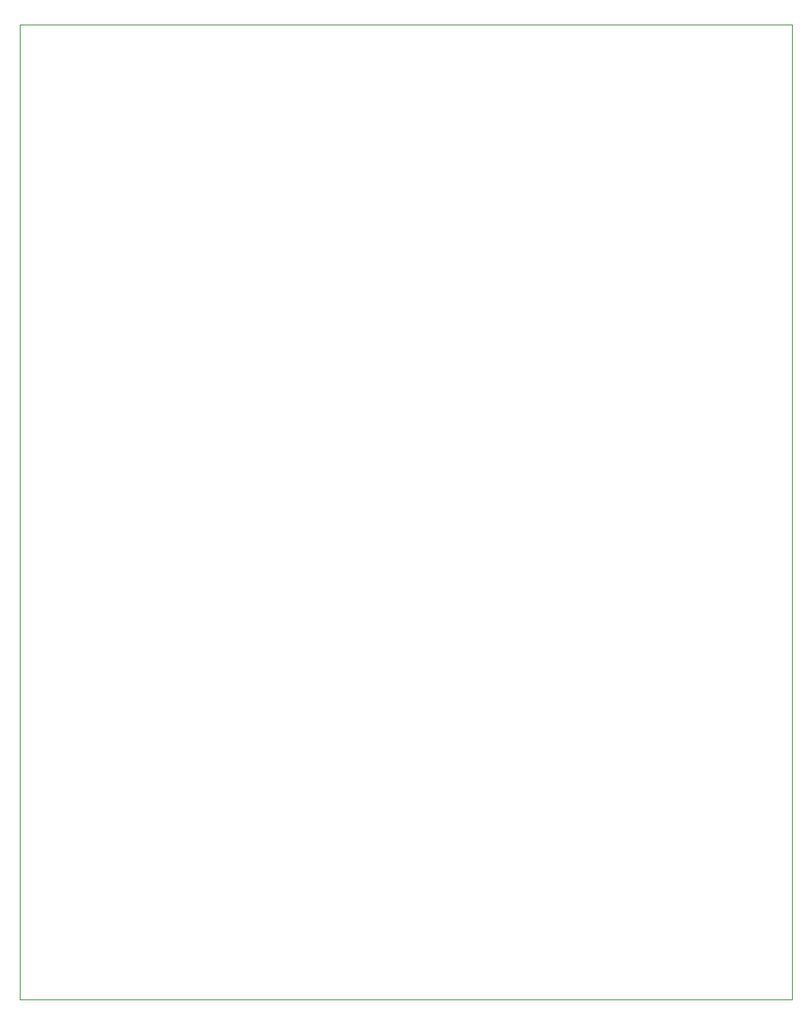
<source format=gbr>
G04 #@! TF.GenerationSoftware,KiCad,Pcbnew,5.1.4-e60b266~84~ubuntu18.04.1*
G04 #@! TF.CreationDate,2019-10-21T15:00:49-03:00*
G04 #@! TF.ProjectId,projetoDeee891,70726f6a-6574-46f4-9465-65653839312e,rev?*
G04 #@! TF.SameCoordinates,Original*
G04 #@! TF.FileFunction,Profile,NP*
%FSLAX46Y46*%
G04 Gerber Fmt 4.6, Leading zero omitted, Abs format (unit mm)*
G04 Created by KiCad (PCBNEW 5.1.4-e60b266~84~ubuntu18.04.1) date 2019-10-21 15:00:49*
%MOMM*%
%LPD*%
G04 APERTURE LIST*
%ADD10C,0.050000*%
G04 APERTURE END LIST*
D10*
X90805000Y-34925000D02*
X93345000Y-34925000D01*
X90805000Y-139065000D02*
X90805000Y-34925000D01*
X93345000Y-139065000D02*
X90805000Y-139065000D01*
X173355000Y-34925000D02*
X93345000Y-34925000D01*
X173355000Y-139065000D02*
X173355000Y-34925000D01*
X172085000Y-139065000D02*
X173355000Y-139065000D01*
X93345000Y-139065000D02*
X172085000Y-139065000D01*
M02*

</source>
